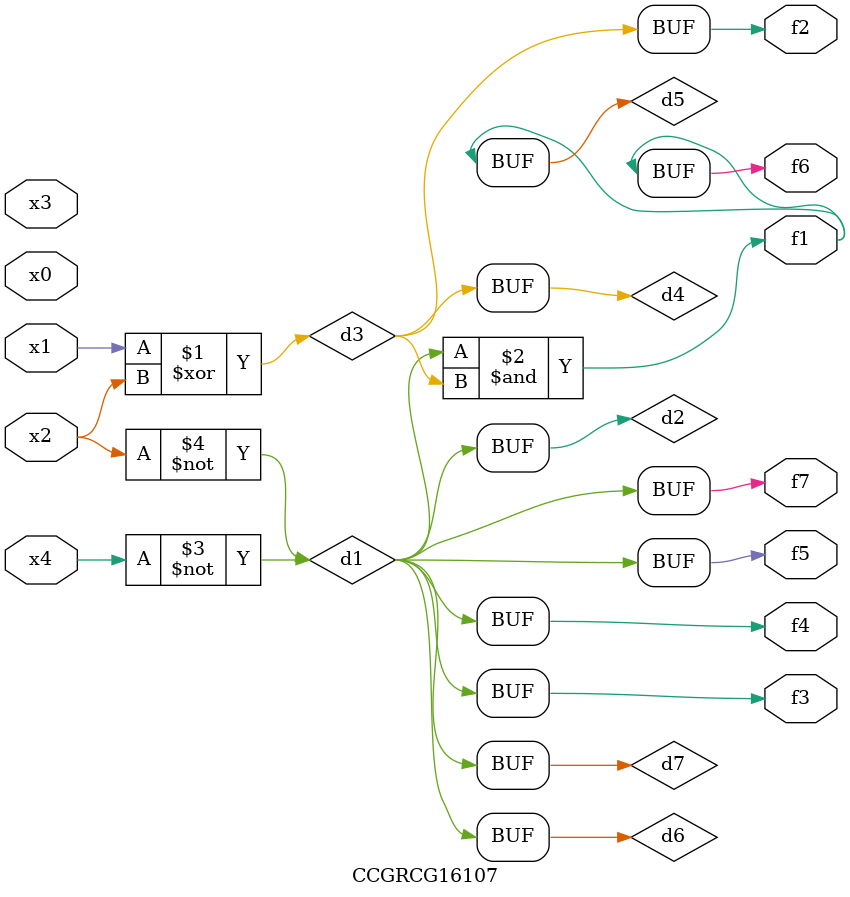
<source format=v>
module CCGRCG16107(
	input x0, x1, x2, x3, x4,
	output f1, f2, f3, f4, f5, f6, f7
);

	wire d1, d2, d3, d4, d5, d6, d7;

	not (d1, x4);
	not (d2, x2);
	xor (d3, x1, x2);
	buf (d4, d3);
	and (d5, d1, d3);
	buf (d6, d1, d2);
	buf (d7, d2);
	assign f1 = d5;
	assign f2 = d4;
	assign f3 = d7;
	assign f4 = d7;
	assign f5 = d7;
	assign f6 = d5;
	assign f7 = d7;
endmodule

</source>
